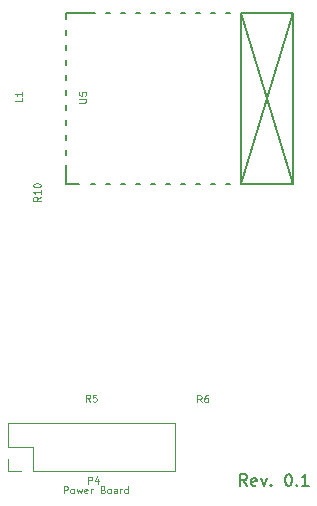
<source format=gto>
G04 #@! TF.GenerationSoftware,KiCad,Pcbnew,5.0.0-rc3-6a2723a~65~ubuntu16.04.1*
G04 #@! TF.CreationDate,2018-07-10T16:09:43+03:00*
G04 #@! TF.ProjectId,livolo_1_channel_1way_eu_switch,6C69766F6C6F5F315F6368616E6E656C,rev?*
G04 #@! TF.SameCoordinates,Original*
G04 #@! TF.FileFunction,Legend,Top*
G04 #@! TF.FilePolarity,Positive*
%FSLAX46Y46*%
G04 Gerber Fmt 4.6, Leading zero omitted, Abs format (unit mm)*
G04 Created by KiCad (PCBNEW 5.0.0-rc3-6a2723a~65~ubuntu16.04.1) date Tue Jul 10 16:09:43 2018*
%MOMM*%
%LPD*%
G01*
G04 APERTURE LIST*
%ADD10C,0.200000*%
%ADD11C,0.120000*%
%ADD12C,0.150000*%
%ADD13C,1.500000*%
%ADD14O,1.350000X1.350000*%
%ADD15R,1.350000X1.350000*%
%ADD16R,0.995000X1.000000*%
%ADD17R,1.000000X0.995000*%
%ADD18R,0.710000X1.524000*%
%ADD19R,1.524000X0.710000*%
G04 APERTURE END LIST*
D10*
X150790476Y-111852380D02*
X150457142Y-111376190D01*
X150219047Y-111852380D02*
X150219047Y-110852380D01*
X150600000Y-110852380D01*
X150695238Y-110900000D01*
X150742857Y-110947619D01*
X150790476Y-111042857D01*
X150790476Y-111185714D01*
X150742857Y-111280952D01*
X150695238Y-111328571D01*
X150600000Y-111376190D01*
X150219047Y-111376190D01*
X151600000Y-111804761D02*
X151504761Y-111852380D01*
X151314285Y-111852380D01*
X151219047Y-111804761D01*
X151171428Y-111709523D01*
X151171428Y-111328571D01*
X151219047Y-111233333D01*
X151314285Y-111185714D01*
X151504761Y-111185714D01*
X151600000Y-111233333D01*
X151647619Y-111328571D01*
X151647619Y-111423809D01*
X151171428Y-111519047D01*
X151980952Y-111185714D02*
X152219047Y-111852380D01*
X152457142Y-111185714D01*
X152838095Y-111757142D02*
X152885714Y-111804761D01*
X152838095Y-111852380D01*
X152790476Y-111804761D01*
X152838095Y-111757142D01*
X152838095Y-111852380D01*
X154266666Y-110852380D02*
X154361904Y-110852380D01*
X154457142Y-110900000D01*
X154504761Y-110947619D01*
X154552380Y-111042857D01*
X154600000Y-111233333D01*
X154600000Y-111471428D01*
X154552380Y-111661904D01*
X154504761Y-111757142D01*
X154457142Y-111804761D01*
X154361904Y-111852380D01*
X154266666Y-111852380D01*
X154171428Y-111804761D01*
X154123809Y-111757142D01*
X154076190Y-111661904D01*
X154028571Y-111471428D01*
X154028571Y-111233333D01*
X154076190Y-111042857D01*
X154123809Y-110947619D01*
X154171428Y-110900000D01*
X154266666Y-110852380D01*
X155028571Y-111757142D02*
X155076190Y-111804761D01*
X155028571Y-111852380D01*
X154980952Y-111804761D01*
X155028571Y-111757142D01*
X155028571Y-111852380D01*
X156028571Y-111852380D02*
X155457142Y-111852380D01*
X155742857Y-111852380D02*
X155742857Y-110852380D01*
X155647619Y-110995238D01*
X155552380Y-111090476D01*
X155457142Y-111138095D01*
D11*
G04 #@! TO.C,P4*
X130590000Y-110610000D02*
X130590000Y-109550000D01*
X131650000Y-110610000D02*
X130590000Y-110610000D01*
X132650000Y-108550000D02*
X132650000Y-110610000D01*
X130590000Y-108550000D02*
X132650000Y-108550000D01*
X130590000Y-106490000D02*
X130590000Y-108550000D01*
X144710000Y-106490000D02*
X130590000Y-106490000D01*
X144710000Y-110610000D02*
X144710000Y-106490000D01*
X132650000Y-110610000D02*
X144710000Y-110610000D01*
D12*
G04 #@! TO.C,U5*
X150299495Y-86283334D02*
X154700000Y-86283334D01*
X154700000Y-86283334D02*
X154700000Y-71783334D01*
X150299874Y-71783334D02*
X154700000Y-71783334D01*
X135500000Y-72358755D02*
X135500000Y-71783334D01*
X150300000Y-86250000D02*
X150300000Y-71850000D01*
X150300000Y-71850000D02*
X154700000Y-86250000D01*
X150300000Y-86250000D02*
X154700000Y-71850000D01*
X135500000Y-73650000D02*
X135500000Y-73250000D01*
X135500000Y-74920000D02*
X135500000Y-74520000D01*
X135500000Y-76190000D02*
X135500000Y-75790000D01*
X135500000Y-77460000D02*
X135500000Y-77060000D01*
X135500000Y-78730000D02*
X135500000Y-78330000D01*
X135500000Y-80000000D02*
X135500000Y-79600000D01*
X135500000Y-81270000D02*
X135500000Y-80870000D01*
X135500000Y-82540000D02*
X135500000Y-82140000D01*
X135500000Y-83810000D02*
X135500000Y-83410000D01*
X135500000Y-86280000D02*
X135500000Y-84680000D01*
X148998614Y-71783334D02*
X149400126Y-71783334D01*
X147728614Y-71783334D02*
X148130126Y-71783334D01*
X146458614Y-71783334D02*
X146860126Y-71783334D01*
X145188614Y-71783334D02*
X145590126Y-71783334D01*
X143918614Y-71783334D02*
X144320126Y-71783334D01*
X142648614Y-71783334D02*
X143050126Y-71783334D01*
X141378614Y-71783334D02*
X141780126Y-71783334D01*
X140108614Y-71783334D02*
X140510126Y-71783334D01*
X138838614Y-71783334D02*
X139240126Y-71783334D01*
X135499101Y-71783334D02*
X137970126Y-71783334D01*
X148994490Y-86283334D02*
X149400505Y-86283334D01*
X147724490Y-86283334D02*
X148130505Y-86283334D01*
X146454490Y-86283334D02*
X146860505Y-86283334D01*
X145184490Y-86283334D02*
X145590505Y-86283334D01*
X143914490Y-86283334D02*
X144320505Y-86283334D01*
X142644490Y-86283334D02*
X143050505Y-86283334D01*
X141374490Y-86283334D02*
X141780505Y-86283334D01*
X140104490Y-86283334D02*
X140510505Y-86283334D01*
X138834490Y-86283334D02*
X139240505Y-86283334D01*
X137564490Y-86283334D02*
X137970505Y-86283334D01*
X135500000Y-86280000D02*
X136600409Y-86280000D01*
G04 #@! TO.C,P4*
D11*
X137357142Y-111671428D02*
X137357142Y-111071428D01*
X137585714Y-111071428D01*
X137642857Y-111100000D01*
X137671428Y-111128571D01*
X137700000Y-111185714D01*
X137700000Y-111271428D01*
X137671428Y-111328571D01*
X137642857Y-111357142D01*
X137585714Y-111385714D01*
X137357142Y-111385714D01*
X138214285Y-111271428D02*
X138214285Y-111671428D01*
X138071428Y-111042857D02*
X137928571Y-111471428D01*
X138300000Y-111471428D01*
X135285714Y-112471428D02*
X135285714Y-111871428D01*
X135514285Y-111871428D01*
X135571428Y-111900000D01*
X135600000Y-111928571D01*
X135628571Y-111985714D01*
X135628571Y-112071428D01*
X135600000Y-112128571D01*
X135571428Y-112157142D01*
X135514285Y-112185714D01*
X135285714Y-112185714D01*
X135971428Y-112471428D02*
X135914285Y-112442857D01*
X135885714Y-112414285D01*
X135857142Y-112357142D01*
X135857142Y-112185714D01*
X135885714Y-112128571D01*
X135914285Y-112100000D01*
X135971428Y-112071428D01*
X136057142Y-112071428D01*
X136114285Y-112100000D01*
X136142857Y-112128571D01*
X136171428Y-112185714D01*
X136171428Y-112357142D01*
X136142857Y-112414285D01*
X136114285Y-112442857D01*
X136057142Y-112471428D01*
X135971428Y-112471428D01*
X136371428Y-112071428D02*
X136485714Y-112471428D01*
X136600000Y-112185714D01*
X136714285Y-112471428D01*
X136828571Y-112071428D01*
X137285714Y-112442857D02*
X137228571Y-112471428D01*
X137114285Y-112471428D01*
X137057142Y-112442857D01*
X137028571Y-112385714D01*
X137028571Y-112157142D01*
X137057142Y-112100000D01*
X137114285Y-112071428D01*
X137228571Y-112071428D01*
X137285714Y-112100000D01*
X137314285Y-112157142D01*
X137314285Y-112214285D01*
X137028571Y-112271428D01*
X137571428Y-112471428D02*
X137571428Y-112071428D01*
X137571428Y-112185714D02*
X137600000Y-112128571D01*
X137628571Y-112100000D01*
X137685714Y-112071428D01*
X137742857Y-112071428D01*
X138600000Y-112157142D02*
X138685714Y-112185714D01*
X138714285Y-112214285D01*
X138742857Y-112271428D01*
X138742857Y-112357142D01*
X138714285Y-112414285D01*
X138685714Y-112442857D01*
X138628571Y-112471428D01*
X138400000Y-112471428D01*
X138400000Y-111871428D01*
X138600000Y-111871428D01*
X138657142Y-111900000D01*
X138685714Y-111928571D01*
X138714285Y-111985714D01*
X138714285Y-112042857D01*
X138685714Y-112100000D01*
X138657142Y-112128571D01*
X138600000Y-112157142D01*
X138400000Y-112157142D01*
X139085714Y-112471428D02*
X139028571Y-112442857D01*
X139000000Y-112414285D01*
X138971428Y-112357142D01*
X138971428Y-112185714D01*
X139000000Y-112128571D01*
X139028571Y-112100000D01*
X139085714Y-112071428D01*
X139171428Y-112071428D01*
X139228571Y-112100000D01*
X139257142Y-112128571D01*
X139285714Y-112185714D01*
X139285714Y-112357142D01*
X139257142Y-112414285D01*
X139228571Y-112442857D01*
X139171428Y-112471428D01*
X139085714Y-112471428D01*
X139800000Y-112471428D02*
X139800000Y-112157142D01*
X139771428Y-112100000D01*
X139714285Y-112071428D01*
X139600000Y-112071428D01*
X139542857Y-112100000D01*
X139800000Y-112442857D02*
X139742857Y-112471428D01*
X139600000Y-112471428D01*
X139542857Y-112442857D01*
X139514285Y-112385714D01*
X139514285Y-112328571D01*
X139542857Y-112271428D01*
X139600000Y-112242857D01*
X139742857Y-112242857D01*
X139800000Y-112214285D01*
X140085714Y-112471428D02*
X140085714Y-112071428D01*
X140085714Y-112185714D02*
X140114285Y-112128571D01*
X140142857Y-112100000D01*
X140200000Y-112071428D01*
X140257142Y-112071428D01*
X140714285Y-112471428D02*
X140714285Y-111871428D01*
X140714285Y-112442857D02*
X140657142Y-112471428D01*
X140542857Y-112471428D01*
X140485714Y-112442857D01*
X140457142Y-112414285D01*
X140428571Y-112357142D01*
X140428571Y-112185714D01*
X140457142Y-112128571D01*
X140485714Y-112100000D01*
X140542857Y-112071428D01*
X140657142Y-112071428D01*
X140714285Y-112100000D01*
G04 #@! TO.C,R5*
X137500000Y-104721428D02*
X137300000Y-104435714D01*
X137157142Y-104721428D02*
X137157142Y-104121428D01*
X137385714Y-104121428D01*
X137442857Y-104150000D01*
X137471428Y-104178571D01*
X137500000Y-104235714D01*
X137500000Y-104321428D01*
X137471428Y-104378571D01*
X137442857Y-104407142D01*
X137385714Y-104435714D01*
X137157142Y-104435714D01*
X138042857Y-104121428D02*
X137757142Y-104121428D01*
X137728571Y-104407142D01*
X137757142Y-104378571D01*
X137814285Y-104350000D01*
X137957142Y-104350000D01*
X138014285Y-104378571D01*
X138042857Y-104407142D01*
X138071428Y-104464285D01*
X138071428Y-104607142D01*
X138042857Y-104664285D01*
X138014285Y-104692857D01*
X137957142Y-104721428D01*
X137814285Y-104721428D01*
X137757142Y-104692857D01*
X137728571Y-104664285D01*
G04 #@! TO.C,R6*
X146950000Y-104771428D02*
X146750000Y-104485714D01*
X146607142Y-104771428D02*
X146607142Y-104171428D01*
X146835714Y-104171428D01*
X146892857Y-104200000D01*
X146921428Y-104228571D01*
X146950000Y-104285714D01*
X146950000Y-104371428D01*
X146921428Y-104428571D01*
X146892857Y-104457142D01*
X146835714Y-104485714D01*
X146607142Y-104485714D01*
X147464285Y-104171428D02*
X147350000Y-104171428D01*
X147292857Y-104200000D01*
X147264285Y-104228571D01*
X147207142Y-104314285D01*
X147178571Y-104428571D01*
X147178571Y-104657142D01*
X147207142Y-104714285D01*
X147235714Y-104742857D01*
X147292857Y-104771428D01*
X147407142Y-104771428D01*
X147464285Y-104742857D01*
X147492857Y-104714285D01*
X147521428Y-104657142D01*
X147521428Y-104514285D01*
X147492857Y-104457142D01*
X147464285Y-104428571D01*
X147407142Y-104400000D01*
X147292857Y-104400000D01*
X147235714Y-104428571D01*
X147207142Y-104457142D01*
X147178571Y-104514285D01*
G04 #@! TO.C,R10*
X133321428Y-87373214D02*
X133035714Y-87573214D01*
X133321428Y-87716071D02*
X132721428Y-87716071D01*
X132721428Y-87487500D01*
X132750000Y-87430357D01*
X132778571Y-87401785D01*
X132835714Y-87373214D01*
X132921428Y-87373214D01*
X132978571Y-87401785D01*
X133007142Y-87430357D01*
X133035714Y-87487500D01*
X133035714Y-87716071D01*
X133321428Y-86801785D02*
X133321428Y-87144642D01*
X133321428Y-86973214D02*
X132721428Y-86973214D01*
X132807142Y-87030357D01*
X132864285Y-87087500D01*
X132892857Y-87144642D01*
X132721428Y-86430357D02*
X132721428Y-86373214D01*
X132750000Y-86316071D01*
X132778571Y-86287500D01*
X132835714Y-86258928D01*
X132950000Y-86230357D01*
X133092857Y-86230357D01*
X133207142Y-86258928D01*
X133264285Y-86287500D01*
X133292857Y-86316071D01*
X133321428Y-86373214D01*
X133321428Y-86430357D01*
X133292857Y-86487500D01*
X133264285Y-86516071D01*
X133207142Y-86544642D01*
X133092857Y-86573214D01*
X132950000Y-86573214D01*
X132835714Y-86544642D01*
X132778571Y-86516071D01*
X132750000Y-86487500D01*
X132721428Y-86430357D01*
G04 #@! TO.C,U5*
X136571428Y-79407142D02*
X137057142Y-79407142D01*
X137114285Y-79378571D01*
X137142857Y-79350000D01*
X137171428Y-79292857D01*
X137171428Y-79178571D01*
X137142857Y-79121428D01*
X137114285Y-79092857D01*
X137057142Y-79064285D01*
X136571428Y-79064285D01*
X136571428Y-78492857D02*
X136571428Y-78778571D01*
X136857142Y-78807142D01*
X136828571Y-78778571D01*
X136800000Y-78721428D01*
X136800000Y-78578571D01*
X136828571Y-78521428D01*
X136857142Y-78492857D01*
X136914285Y-78464285D01*
X137057142Y-78464285D01*
X137114285Y-78492857D01*
X137142857Y-78521428D01*
X137171428Y-78578571D01*
X137171428Y-78721428D01*
X137142857Y-78778571D01*
X137114285Y-78807142D01*
G04 #@! TO.C,L1*
X131771428Y-78987500D02*
X131771428Y-79273214D01*
X131171428Y-79273214D01*
X131771428Y-78473214D02*
X131771428Y-78816071D01*
X131771428Y-78644642D02*
X131171428Y-78644642D01*
X131257142Y-78701785D01*
X131314285Y-78758928D01*
X131342857Y-78816071D01*
G04 #@! TD*
%LPC*%
D13*
G04 #@! TO.C,REF\002A\002A*
X146500000Y-101200000D03*
G04 #@! TD*
G04 #@! TO.C,REF\002A\002A*
X138300000Y-101200000D03*
G04 #@! TD*
D14*
G04 #@! TO.C,P4*
X143650000Y-107550000D03*
X143650000Y-109550000D03*
X141650000Y-107550000D03*
X141650000Y-109550000D03*
X139650000Y-107550000D03*
X139650000Y-109550000D03*
X137650000Y-107550000D03*
X137650000Y-109550000D03*
X135650000Y-107550000D03*
X135650000Y-109550000D03*
X133650000Y-107550000D03*
X133650000Y-109550000D03*
X131650000Y-107550000D03*
D15*
X131650000Y-109550000D03*
G04 #@! TD*
D16*
G04 #@! TO.C,R5*
X141050000Y-104450000D03*
X139275000Y-104450000D03*
G04 #@! TD*
G04 #@! TO.C,R6*
X145525000Y-104500000D03*
X143750000Y-104500000D03*
G04 #@! TD*
D17*
G04 #@! TO.C,R10*
X134450000Y-87975000D03*
X134450000Y-86200000D03*
G04 #@! TD*
D18*
G04 #@! TO.C,U5*
X149820000Y-86700000D03*
X148550000Y-86700000D03*
X147280000Y-86700000D03*
X146010000Y-86700000D03*
X144740000Y-86700000D03*
X143470000Y-86700000D03*
X142200000Y-86700000D03*
X140930000Y-86700000D03*
X139660000Y-86700000D03*
X138390000Y-86700000D03*
X137120000Y-86700000D03*
D19*
X135000000Y-84250000D03*
X135000000Y-82980000D03*
X135000000Y-81710000D03*
X135000000Y-80440000D03*
X135000000Y-79170000D03*
X135000000Y-77900000D03*
X135000000Y-76630000D03*
X135000000Y-75360000D03*
X135000000Y-74090000D03*
X135000000Y-72820000D03*
D18*
X144740000Y-71300000D03*
X149820000Y-71300000D03*
X147280000Y-71300000D03*
X140930000Y-71300000D03*
X142200000Y-71300000D03*
X148550000Y-71300000D03*
X139660000Y-71300000D03*
X143470000Y-71300000D03*
X138390000Y-71300000D03*
X146010000Y-71300000D03*
G04 #@! TD*
D17*
G04 #@! TO.C,L1*
X131500000Y-82025000D03*
X131500000Y-80250000D03*
G04 #@! TD*
M02*

</source>
